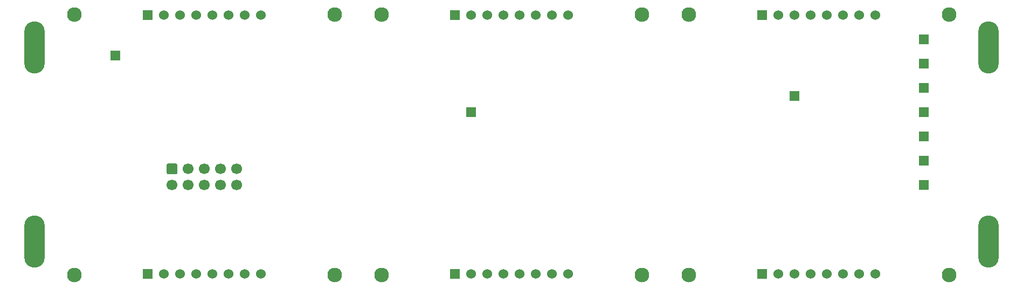
<source format=gts>
G04 #@! TF.GenerationSoftware,KiCad,Pcbnew,(5.1.9)-1*
G04 #@! TF.CreationDate,2021-04-11T14:47:47+02:00*
G04 #@! TF.ProjectId,Sunrise clock display board,53756e72-6973-4652-9063-6c6f636b2064,V1.0*
G04 #@! TF.SameCoordinates,Original*
G04 #@! TF.FileFunction,Soldermask,Top*
G04 #@! TF.FilePolarity,Negative*
%FSLAX46Y46*%
G04 Gerber Fmt 4.6, Leading zero omitted, Abs format (unit mm)*
G04 Created by KiCad (PCBNEW (5.1.9)-1) date 2021-04-11 14:47:47*
%MOMM*%
%LPD*%
G01*
G04 APERTURE LIST*
%ADD10O,3.200000X8.200000*%
%ADD11R,1.500000X1.500000*%
%ADD12C,1.700000*%
%ADD13C,2.300000*%
%ADD14C,1.524000*%
%ADD15R,1.524000X1.524000*%
G04 APERTURE END LIST*
D10*
X226060000Y-109220000D03*
X76200000Y-109220000D03*
X226060000Y-78740000D03*
X76200000Y-78740000D03*
D11*
X215900000Y-100330000D03*
X215900000Y-96520000D03*
X215900000Y-88900000D03*
X215900000Y-92710000D03*
X215900000Y-85090000D03*
X215900000Y-81280000D03*
X195580000Y-86360000D03*
X144780000Y-88900000D03*
X88900000Y-80010000D03*
X215900000Y-77470000D03*
D12*
X107950000Y-100330000D03*
X105410000Y-100330000D03*
X102870000Y-100330000D03*
X100330000Y-100330000D03*
X97790000Y-100330000D03*
X107950000Y-97790000D03*
X105410000Y-97790000D03*
X102870000Y-97790000D03*
X100330000Y-97790000D03*
G36*
G01*
X97190000Y-96940000D02*
X98390000Y-96940000D01*
G75*
G02*
X98640000Y-97190000I0J-250000D01*
G01*
X98640000Y-98390000D01*
G75*
G02*
X98390000Y-98640000I-250000J0D01*
G01*
X97190000Y-98640000D01*
G75*
G02*
X96940000Y-98390000I0J250000D01*
G01*
X96940000Y-97190000D01*
G75*
G02*
X97190000Y-96940000I250000J0D01*
G01*
G37*
D13*
X178940000Y-114430000D03*
X219840000Y-114430000D03*
X219840000Y-73530000D03*
X178940000Y-73530000D03*
D14*
X205740000Y-114300000D03*
X208280000Y-114300000D03*
X203200000Y-114300000D03*
D15*
X190500000Y-114300000D03*
D14*
X200660000Y-114300000D03*
X198120000Y-114300000D03*
X193040000Y-114300000D03*
X195580000Y-114300000D03*
X208280000Y-73660000D03*
X205740000Y-73660000D03*
X203200000Y-73660000D03*
X200660000Y-73660000D03*
X198120000Y-73660000D03*
X195580000Y-73660000D03*
X193040000Y-73660000D03*
D15*
X190500000Y-73660000D03*
D13*
X130680000Y-114430000D03*
X171580000Y-114430000D03*
X171580000Y-73530000D03*
X130680000Y-73530000D03*
D14*
X157480000Y-114300000D03*
X160020000Y-114300000D03*
X154940000Y-114300000D03*
D15*
X142240000Y-114300000D03*
D14*
X152400000Y-114300000D03*
X149860000Y-114300000D03*
X144780000Y-114300000D03*
X147320000Y-114300000D03*
X160020000Y-73660000D03*
X157480000Y-73660000D03*
X154940000Y-73660000D03*
X152400000Y-73660000D03*
X149860000Y-73660000D03*
X147320000Y-73660000D03*
X144780000Y-73660000D03*
D15*
X142240000Y-73660000D03*
D13*
X82420000Y-114430000D03*
X123320000Y-114430000D03*
X123320000Y-73530000D03*
X82420000Y-73530000D03*
D14*
X109220000Y-114300000D03*
X111760000Y-114300000D03*
X106680000Y-114300000D03*
D15*
X93980000Y-114300000D03*
D14*
X104140000Y-114300000D03*
X101600000Y-114300000D03*
X96520000Y-114300000D03*
X99060000Y-114300000D03*
X111760000Y-73660000D03*
X109220000Y-73660000D03*
X106680000Y-73660000D03*
X104140000Y-73660000D03*
X101600000Y-73660000D03*
X99060000Y-73660000D03*
X96520000Y-73660000D03*
D15*
X93980000Y-73660000D03*
M02*

</source>
